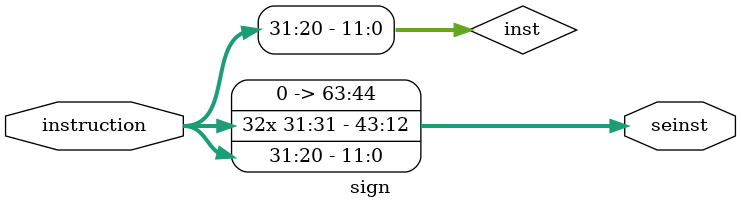
<source format=v>
module sign(
input[31:0] instruction,
output[63:0] seinst
);

wire[11:0] inst;


assign inst = {{20{instruction[31]}}, instruction[31:20]};
assign seinst = {{32{instruction[31]}}, inst};

endmodule
</source>
